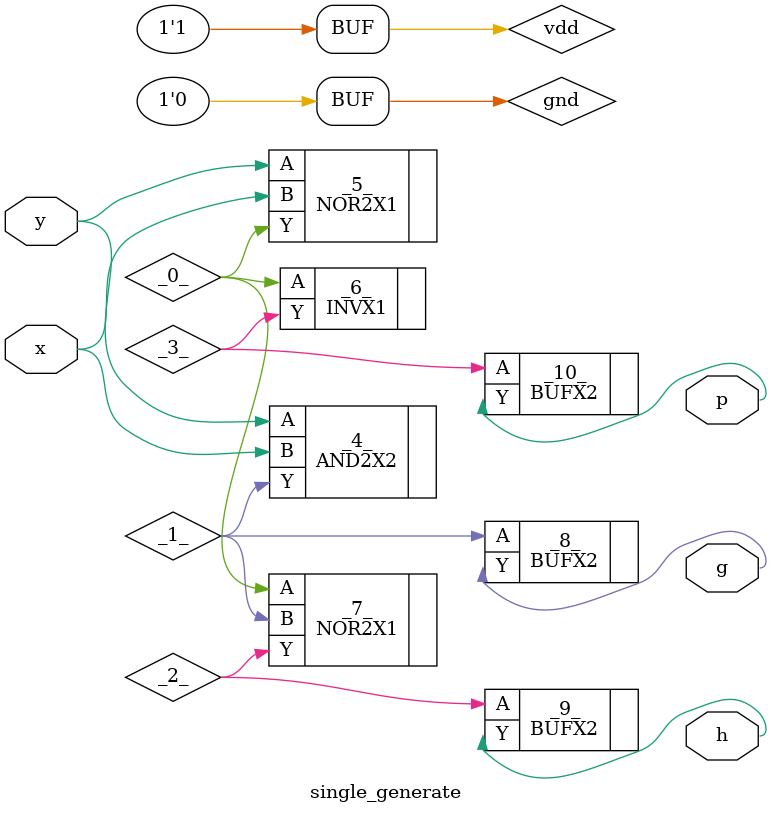
<source format=v>
/* Verilog module written by vlog2Verilog (qflow) */

module single_generate(
    output g,
    output h,
    output p,
    input x,
    input y
);

wire vdd = 1'b1;
wire gnd = 1'b0;

wire g ;
wire h ;
wire p ;
wire x ;
wire y ;
wire _1_ ;
wire _3_ ;
wire _0_ ;
wire _2_ ;

NOR2X1 _7_ (
    .A(_0_),
    .B(_1_),
    .Y(_2_)
);

FILL SFILL1520x100 (
);

BUFX2 _10_ (
    .A(_3_),
    .Y(p)
);

AND2X2 _4_ (
    .A(y),
    .B(x),
    .Y(_1_)
);

FILL SFILL1360x100 (
);

FILL SFILL1680x100 (
);

FILL SFILL3120x100 (
);

BUFX2 _9_ (
    .A(_2_),
    .Y(h)
);

INVX1 _6_ (
    .A(_0_),
    .Y(_3_)
);

FILL SFILL3440x100 (
);

FILL SFILL3280x100 (
);

BUFX2 _8_ (
    .A(_1_),
    .Y(g)
);

NOR2X1 _5_ (
    .A(y),
    .B(x),
    .Y(_0_)
);

FILL SFILL2960x100 (
);

FILL SFILL1840x100 (
);

endmodule

</source>
